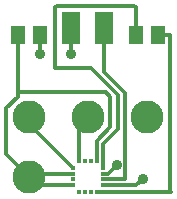
<source format=gtl>
G04 (created by PCBNEW (2013-07-07 BZR 4022)-stable) date 7/15/2015 5:50:03 PM*
%MOIN*%
G04 Gerber Fmt 3.4, Leading zero omitted, Abs format*
%FSLAX34Y34*%
G01*
G70*
G90*
G04 APERTURE LIST*
%ADD10C,0.00590551*%
%ADD11C,0.110236*%
%ADD12R,0.0177165X0.011811*%
%ADD13R,0.011811X0.0177165*%
%ADD14R,0.0512X0.059*%
%ADD15R,0.063X0.106*%
%ADD16C,0.035*%
%ADD17C,0.011811*%
G04 APERTURE END LIST*
G54D10*
G54D11*
X78740Y-57086D03*
X80708Y-57086D03*
X76771Y-57086D03*
X76771Y-59055D03*
G54D12*
X78238Y-58759D03*
X78238Y-58956D03*
X78238Y-59153D03*
X78238Y-59350D03*
G54D13*
X78444Y-59557D03*
X78641Y-59557D03*
X78838Y-59557D03*
X79035Y-59557D03*
G54D12*
X79242Y-59350D03*
X79242Y-59153D03*
X79242Y-58956D03*
X79242Y-58759D03*
G54D13*
X79035Y-58553D03*
X78838Y-58553D03*
X78641Y-58553D03*
X78444Y-58553D03*
G54D14*
X76396Y-54330D03*
X77146Y-54330D03*
X81083Y-54330D03*
X80333Y-54330D03*
G54D15*
X79290Y-54090D03*
X78190Y-54090D03*
G54D16*
X79708Y-58663D03*
X78187Y-54962D03*
X77147Y-54966D03*
X80561Y-59141D03*
G54D17*
X79415Y-58956D02*
X79708Y-58663D01*
X79242Y-58956D02*
X79415Y-58956D01*
X78190Y-54090D02*
X78190Y-54959D01*
X78190Y-54959D02*
X78187Y-54962D01*
X77146Y-54330D02*
X77146Y-54965D01*
X77146Y-54965D02*
X77147Y-54966D01*
X79242Y-59350D02*
X80352Y-59350D01*
X80352Y-59350D02*
X80561Y-59141D01*
X79290Y-54090D02*
X79290Y-55581D01*
X79964Y-59153D02*
X79242Y-59153D01*
X79988Y-59129D02*
X79964Y-59153D01*
X79988Y-56279D02*
X79988Y-59129D01*
X79290Y-55581D02*
X79988Y-56279D01*
X79242Y-58759D02*
X79242Y-57974D01*
X80333Y-53416D02*
X80333Y-54330D01*
X80283Y-53366D02*
X80333Y-53416D01*
X77704Y-53366D02*
X80283Y-53366D01*
X77657Y-53413D02*
X77704Y-53366D01*
X77657Y-55431D02*
X77657Y-53413D01*
X77675Y-55448D02*
X77657Y-55431D01*
X78844Y-55448D02*
X77675Y-55448D01*
X79742Y-56346D02*
X78844Y-55448D01*
X79742Y-57474D02*
X79742Y-56346D01*
X79242Y-57974D02*
X79742Y-57474D01*
X79035Y-59557D02*
X81509Y-59557D01*
X81450Y-54330D02*
X81083Y-54330D01*
X81470Y-54350D02*
X81450Y-54330D01*
X81470Y-59517D02*
X81470Y-54350D01*
X81509Y-59557D02*
X81470Y-59517D01*
X76771Y-57086D02*
X76771Y-57293D01*
X76771Y-57293D02*
X78238Y-58759D01*
X78444Y-58553D02*
X78444Y-57381D01*
X78444Y-57381D02*
X78740Y-57086D01*
X79035Y-58553D02*
X79035Y-57862D01*
X79330Y-56250D02*
X76396Y-56250D01*
X79484Y-56403D02*
X79330Y-56250D01*
X79484Y-57413D02*
X79484Y-56403D01*
X79035Y-57862D02*
X79484Y-57413D01*
X76396Y-54330D02*
X76396Y-56250D01*
X76396Y-56250D02*
X76396Y-56394D01*
X76009Y-58293D02*
X76771Y-59055D01*
X76009Y-56781D02*
X76009Y-58293D01*
X76396Y-56394D02*
X76009Y-56781D01*
X78238Y-59350D02*
X77066Y-59350D01*
X77066Y-59350D02*
X76771Y-59055D01*
X78238Y-58956D02*
X76870Y-58956D01*
X76870Y-58956D02*
X76771Y-59055D01*
M02*

</source>
